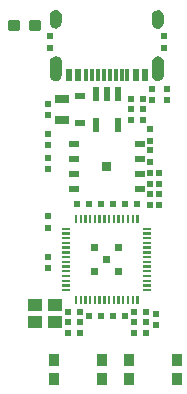
<source format=gbr>
%TF.GenerationSoftware,KiCad,Pcbnew,(5.1.10-6-gecec324121)-1*%
%TF.CreationDate,2021-07-07T13:29:09-07:00*%
%TF.ProjectId,SparkFun_ProMicro-RP2040,53706172-6b46-4756-9e5f-50726f4d6963,rev?*%
%TF.SameCoordinates,Original*%
%TF.FileFunction,Paste,Top*%
%TF.FilePolarity,Positive*%
%FSLAX46Y46*%
G04 Gerber Fmt 4.6, Leading zero omitted, Abs format (unit mm)*
G04 Created by KiCad (PCBNEW (5.1.10-6-gecec324121)-1) date 2021-07-07 13:29:09*
%MOMM*%
%LPD*%
G01*
G04 APERTURE LIST*
%ADD10C,0.100000*%
%ADD11R,0.600000X0.600000*%
%ADD12R,1.200000X0.800000*%
%ADD13R,0.830000X0.630000*%
%ADD14R,0.550000X1.200000*%
%ADD15R,0.900000X1.000000*%
%ADD16R,0.300000X1.000000*%
%ADD17R,0.600000X1.000000*%
%ADD18R,1.200000X1.100000*%
%ADD19R,0.850000X0.500000*%
G04 APERTURE END LIST*
D10*
%TO.C,J5*%
G36*
X153321100Y-89443600D02*
G01*
X153321100Y-90043600D01*
X153293049Y-90200709D01*
X153217821Y-90341461D01*
X153102780Y-90452077D01*
X152801100Y-90543600D01*
X152614346Y-90502474D01*
X152457547Y-90393011D01*
X152321100Y-90043600D01*
X152321100Y-89443600D01*
X152354572Y-89255324D01*
X152457547Y-89094189D01*
X152801100Y-88943600D01*
X152959188Y-88965471D01*
X153102780Y-89035123D01*
X153217821Y-89145739D01*
X153321100Y-89443600D01*
G37*
G36*
X144681100Y-89393600D02*
G01*
X144681100Y-89993600D01*
X144666710Y-90154457D01*
X144603316Y-90302994D01*
X144497125Y-90424671D01*
X144201100Y-90543600D01*
X144043012Y-90521729D01*
X143899420Y-90452077D01*
X143784379Y-90341461D01*
X143681100Y-90043600D01*
X143681100Y-89443600D01*
X143712278Y-89256857D01*
X143812547Y-89096260D01*
X144151100Y-88943600D01*
X144304476Y-88955222D01*
X144446754Y-89013670D01*
X144564007Y-89113225D01*
X144681100Y-89393600D01*
G37*
G36*
X144681100Y-93273600D02*
G01*
X144681100Y-94473600D01*
X144662809Y-94629087D01*
X144597364Y-94771312D01*
X144491173Y-94886353D01*
X144354630Y-94962948D01*
X144201100Y-94993600D01*
X144046913Y-94977098D01*
X143905372Y-94913758D01*
X143790331Y-94809779D01*
X143681100Y-94523600D01*
X143681100Y-93323600D01*
X143734478Y-93145251D01*
X143852044Y-93000904D01*
X144201100Y-92893600D01*
X144369460Y-92907198D01*
X144519801Y-92984189D01*
X144681100Y-93273600D01*
G37*
G36*
X153321100Y-93323600D02*
G01*
X153321100Y-94523600D01*
X153285323Y-94703461D01*
X153183440Y-94855940D01*
X152851100Y-94993600D01*
X152695123Y-94978399D01*
X152551478Y-94915742D01*
X152434225Y-94811763D01*
X152321100Y-94523600D01*
X152321100Y-93323600D01*
X152376772Y-93143718D01*
X152497044Y-92998833D01*
X152851100Y-92893600D01*
X153024830Y-92920201D01*
X153175156Y-93011260D01*
X153321100Y-93323600D01*
G37*
%TO.C,U2*%
G36*
X148201100Y-110383600D02*
G01*
X148801100Y-110383600D01*
X148801100Y-109783600D01*
X148201100Y-109783600D01*
X148201100Y-110383600D01*
G37*
G36*
X149201100Y-109383600D02*
G01*
X149801100Y-109383600D01*
X149801100Y-108783600D01*
X149201100Y-108783600D01*
X149201100Y-109383600D01*
G37*
G36*
X149201100Y-111383600D02*
G01*
X149801100Y-111383600D01*
X149801100Y-110783600D01*
X149201100Y-110783600D01*
X149201100Y-111383600D01*
G37*
G36*
X147201100Y-111383600D02*
G01*
X147801100Y-111383600D01*
X147801100Y-110783600D01*
X147201100Y-110783600D01*
X147201100Y-111383600D01*
G37*
G36*
X148201100Y-106333600D02*
G01*
X148201100Y-106983600D01*
X148401100Y-106983600D01*
X148401100Y-106333600D01*
X148201100Y-106333600D01*
G37*
G36*
X147801100Y-106333600D02*
G01*
X147801100Y-106983600D01*
X148001100Y-106983600D01*
X148001100Y-106333600D01*
X147801100Y-106333600D01*
G37*
G36*
X147401100Y-106333600D02*
G01*
X147401100Y-106983600D01*
X147601100Y-106983600D01*
X147601100Y-106333600D01*
X147401100Y-106333600D01*
G37*
G36*
X147001100Y-106333600D02*
G01*
X147001100Y-106983600D01*
X147201100Y-106983600D01*
X147201100Y-106333600D01*
X147001100Y-106333600D01*
G37*
G36*
X146601100Y-106333600D02*
G01*
X146601100Y-106983600D01*
X146801100Y-106983600D01*
X146801100Y-106333600D01*
X146601100Y-106333600D01*
G37*
G36*
X146201100Y-106333600D02*
G01*
X146201100Y-106983600D01*
X146401100Y-106983600D01*
X146401100Y-106333600D01*
X146201100Y-106333600D01*
G37*
G36*
X145801100Y-106333600D02*
G01*
X145801100Y-106983600D01*
X146001100Y-106983600D01*
X146001100Y-106333600D01*
X145801100Y-106333600D01*
G37*
G36*
X151001100Y-106333600D02*
G01*
X151001100Y-106983600D01*
X151201100Y-106983600D01*
X151201100Y-106333600D01*
X151001100Y-106333600D01*
G37*
G36*
X150601100Y-106333600D02*
G01*
X150601100Y-106983600D01*
X150801100Y-106983600D01*
X150801100Y-106333600D01*
X150601100Y-106333600D01*
G37*
G36*
X150201100Y-106333600D02*
G01*
X150201100Y-106983600D01*
X150401100Y-106983600D01*
X150401100Y-106333600D01*
X150201100Y-106333600D01*
G37*
G36*
X149801100Y-106333600D02*
G01*
X149801100Y-106983600D01*
X150001100Y-106983600D01*
X150001100Y-106333600D01*
X149801100Y-106333600D01*
G37*
G36*
X149401100Y-106333600D02*
G01*
X149401100Y-106983600D01*
X149601100Y-106983600D01*
X149601100Y-106333600D01*
X149401100Y-106333600D01*
G37*
G36*
X149001100Y-106333600D02*
G01*
X149001100Y-106983600D01*
X149201100Y-106983600D01*
X149201100Y-106333600D01*
X149001100Y-106333600D01*
G37*
G36*
X148601100Y-106333600D02*
G01*
X148601100Y-106983600D01*
X148801100Y-106983600D01*
X148801100Y-106333600D01*
X148601100Y-106333600D01*
G37*
G36*
X152251100Y-109783600D02*
G01*
X151601100Y-109783600D01*
X151601100Y-109983600D01*
X152251100Y-109983600D01*
X152251100Y-109783600D01*
G37*
G36*
X152251100Y-109383600D02*
G01*
X151601100Y-109383600D01*
X151601100Y-109583600D01*
X152251100Y-109583600D01*
X152251100Y-109383600D01*
G37*
G36*
X152251100Y-108983600D02*
G01*
X151601100Y-108983600D01*
X151601100Y-109183600D01*
X152251100Y-109183600D01*
X152251100Y-108983600D01*
G37*
G36*
X152251100Y-108583600D02*
G01*
X151601100Y-108583600D01*
X151601100Y-108783600D01*
X152251100Y-108783600D01*
X152251100Y-108583600D01*
G37*
G36*
X152251100Y-108183600D02*
G01*
X151601100Y-108183600D01*
X151601100Y-108383600D01*
X152251100Y-108383600D01*
X152251100Y-108183600D01*
G37*
G36*
X152251100Y-107783600D02*
G01*
X151601100Y-107783600D01*
X151601100Y-107983600D01*
X152251100Y-107983600D01*
X152251100Y-107783600D01*
G37*
G36*
X152251100Y-107383600D02*
G01*
X151601100Y-107383600D01*
X151601100Y-107583600D01*
X152251100Y-107583600D01*
X152251100Y-107383600D01*
G37*
G36*
X152251100Y-112583600D02*
G01*
X151601100Y-112583600D01*
X151601100Y-112783600D01*
X152251100Y-112783600D01*
X152251100Y-112583600D01*
G37*
G36*
X152251100Y-112183600D02*
G01*
X151601100Y-112183600D01*
X151601100Y-112383600D01*
X152251100Y-112383600D01*
X152251100Y-112183600D01*
G37*
G36*
X152251100Y-111783600D02*
G01*
X151601100Y-111783600D01*
X151601100Y-111983600D01*
X152251100Y-111983600D01*
X152251100Y-111783600D01*
G37*
G36*
X152251100Y-111383600D02*
G01*
X151601100Y-111383600D01*
X151601100Y-111583600D01*
X152251100Y-111583600D01*
X152251100Y-111383600D01*
G37*
G36*
X152251100Y-110983600D02*
G01*
X151601100Y-110983600D01*
X151601100Y-111183600D01*
X152251100Y-111183600D01*
X152251100Y-110983600D01*
G37*
G36*
X152251100Y-110583600D02*
G01*
X151601100Y-110583600D01*
X151601100Y-110783600D01*
X152251100Y-110783600D01*
X152251100Y-110583600D01*
G37*
G36*
X152251100Y-110183600D02*
G01*
X151601100Y-110183600D01*
X151601100Y-110383600D01*
X152251100Y-110383600D01*
X152251100Y-110183600D01*
G37*
G36*
X148801100Y-113833600D02*
G01*
X148801100Y-113183600D01*
X148601100Y-113183600D01*
X148601100Y-113833600D01*
X148801100Y-113833600D01*
G37*
G36*
X149201100Y-113833600D02*
G01*
X149201100Y-113183600D01*
X149001100Y-113183600D01*
X149001100Y-113833600D01*
X149201100Y-113833600D01*
G37*
G36*
X149601100Y-113833600D02*
G01*
X149601100Y-113183600D01*
X149401100Y-113183600D01*
X149401100Y-113833600D01*
X149601100Y-113833600D01*
G37*
G36*
X150001100Y-113833600D02*
G01*
X150001100Y-113183600D01*
X149801100Y-113183600D01*
X149801100Y-113833600D01*
X150001100Y-113833600D01*
G37*
G36*
X150401100Y-113833600D02*
G01*
X150401100Y-113183600D01*
X150201100Y-113183600D01*
X150201100Y-113833600D01*
X150401100Y-113833600D01*
G37*
G36*
X150801100Y-113833600D02*
G01*
X150801100Y-113183600D01*
X150601100Y-113183600D01*
X150601100Y-113833600D01*
X150801100Y-113833600D01*
G37*
G36*
X151201100Y-113833600D02*
G01*
X151201100Y-113183600D01*
X151001100Y-113183600D01*
X151001100Y-113833600D01*
X151201100Y-113833600D01*
G37*
G36*
X146001100Y-113833600D02*
G01*
X146001100Y-113183600D01*
X145801100Y-113183600D01*
X145801100Y-113833600D01*
X146001100Y-113833600D01*
G37*
G36*
X146401100Y-113833600D02*
G01*
X146401100Y-113183600D01*
X146201100Y-113183600D01*
X146201100Y-113833600D01*
X146401100Y-113833600D01*
G37*
G36*
X146801100Y-113833600D02*
G01*
X146801100Y-113183600D01*
X146601100Y-113183600D01*
X146601100Y-113833600D01*
X146801100Y-113833600D01*
G37*
G36*
X147201100Y-113833600D02*
G01*
X147201100Y-113183600D01*
X147001100Y-113183600D01*
X147001100Y-113833600D01*
X147201100Y-113833600D01*
G37*
G36*
X147601100Y-113833600D02*
G01*
X147601100Y-113183600D01*
X147401100Y-113183600D01*
X147401100Y-113833600D01*
X147601100Y-113833600D01*
G37*
G36*
X148001100Y-113833600D02*
G01*
X148001100Y-113183600D01*
X147801100Y-113183600D01*
X147801100Y-113833600D01*
X148001100Y-113833600D01*
G37*
G36*
X148401100Y-113833600D02*
G01*
X148401100Y-113183600D01*
X148201100Y-113183600D01*
X148201100Y-113833600D01*
X148401100Y-113833600D01*
G37*
G36*
X144751100Y-110383600D02*
G01*
X145401100Y-110383600D01*
X145401100Y-110183600D01*
X144751100Y-110183600D01*
X144751100Y-110383600D01*
G37*
G36*
X144751100Y-110783600D02*
G01*
X145401100Y-110783600D01*
X145401100Y-110583600D01*
X144751100Y-110583600D01*
X144751100Y-110783600D01*
G37*
G36*
X144751100Y-111183600D02*
G01*
X145401100Y-111183600D01*
X145401100Y-110983600D01*
X144751100Y-110983600D01*
X144751100Y-111183600D01*
G37*
G36*
X144751100Y-111583600D02*
G01*
X145401100Y-111583600D01*
X145401100Y-111383600D01*
X144751100Y-111383600D01*
X144751100Y-111583600D01*
G37*
G36*
X144751100Y-111983600D02*
G01*
X145401100Y-111983600D01*
X145401100Y-111783600D01*
X144751100Y-111783600D01*
X144751100Y-111983600D01*
G37*
G36*
X144751100Y-112383600D02*
G01*
X145401100Y-112383600D01*
X145401100Y-112183600D01*
X144751100Y-112183600D01*
X144751100Y-112383600D01*
G37*
G36*
X144751100Y-112783600D02*
G01*
X145401100Y-112783600D01*
X145401100Y-112583600D01*
X144751100Y-112583600D01*
X144751100Y-112783600D01*
G37*
G36*
X144751100Y-107583600D02*
G01*
X145401100Y-107583600D01*
X145401100Y-107383600D01*
X144751100Y-107383600D01*
X144751100Y-107583600D01*
G37*
G36*
X144751100Y-107983600D02*
G01*
X145401100Y-107983600D01*
X145401100Y-107783600D01*
X144751100Y-107783600D01*
X144751100Y-107983600D01*
G37*
G36*
X144751100Y-108383600D02*
G01*
X145401100Y-108383600D01*
X145401100Y-108183600D01*
X144751100Y-108183600D01*
X144751100Y-108383600D01*
G37*
G36*
X144751100Y-108783600D02*
G01*
X145401100Y-108783600D01*
X145401100Y-108583600D01*
X144751100Y-108583600D01*
X144751100Y-108783600D01*
G37*
G36*
X144751100Y-109183600D02*
G01*
X145401100Y-109183600D01*
X145401100Y-108983600D01*
X144751100Y-108983600D01*
X144751100Y-109183600D01*
G37*
G36*
X144751100Y-109583600D02*
G01*
X145401100Y-109583600D01*
X145401100Y-109383600D01*
X144751100Y-109383600D01*
X144751100Y-109583600D01*
G37*
G36*
X147201100Y-109383600D02*
G01*
X147801100Y-109383600D01*
X147801100Y-108783600D01*
X147201100Y-108783600D01*
X147201100Y-109383600D01*
G37*
G36*
X144751100Y-109983600D02*
G01*
X145401100Y-109983600D01*
X145401100Y-109783600D01*
X144751100Y-109783600D01*
X144751100Y-109983600D01*
G37*
%TO.C,U4*%
G36*
X148101100Y-102609600D02*
G01*
X148901100Y-102609600D01*
X148901100Y-101809600D01*
X148101100Y-101809600D01*
X148101100Y-102609600D01*
G37*
%TD*%
D11*
%TO.C,R11*%
X143548100Y-97883600D03*
X143548100Y-96883600D03*
%TD*%
%TO.C,LED1*%
G36*
G01*
X140289100Y-89771600D02*
X140989100Y-89771600D01*
G75*
G02*
X141139100Y-89921600I0J-150000D01*
G01*
X141139100Y-90621600D01*
G75*
G02*
X140989100Y-90771600I-150000J0D01*
G01*
X140289100Y-90771600D01*
G75*
G02*
X140139100Y-90621600I0J150000D01*
G01*
X140139100Y-89921600D01*
G75*
G02*
X140289100Y-89771600I150000J0D01*
G01*
G37*
G36*
G01*
X142043100Y-89771600D02*
X142743100Y-89771600D01*
G75*
G02*
X142893100Y-89921600I0J-150000D01*
G01*
X142893100Y-90621600D01*
G75*
G02*
X142743100Y-90771600I-150000J0D01*
G01*
X142043100Y-90771600D01*
G75*
G02*
X141893100Y-90621600I0J150000D01*
G01*
X141893100Y-89921600D01*
G75*
G02*
X142043100Y-89771600I150000J0D01*
G01*
G37*
%TD*%
%TO.C,R2*%
X151795100Y-116306600D03*
X150795100Y-116306600D03*
%TD*%
%TO.C,C6*%
X150541100Y-96494600D03*
X151541100Y-96494600D03*
%TD*%
D12*
%TO.C,F1*%
X144691100Y-98283600D03*
X144691100Y-96483600D03*
%TD*%
D13*
%TO.C,D2*%
X146215100Y-98533600D03*
X146215100Y-96233600D03*
%TD*%
D14*
%TO.C,U1*%
X149451100Y-98683700D03*
X147551100Y-98683700D03*
X147551100Y-96083500D03*
X148501100Y-96083500D03*
X149451100Y-96083500D03*
%TD*%
D11*
%TO.C,R1*%
X143675100Y-92168600D03*
X143675100Y-91168600D03*
%TD*%
%TO.C,R3*%
X153327100Y-92168600D03*
X153327100Y-91168600D03*
%TD*%
%TO.C,C7*%
X150541100Y-97383600D03*
X151541100Y-97383600D03*
%TD*%
%TO.C,C8*%
X150541100Y-98272600D03*
X151541100Y-98272600D03*
%TD*%
D15*
%TO.C,S1*%
X154450000Y-120180000D03*
X154450000Y-118580000D03*
X150350000Y-118580000D03*
X150350000Y-120180000D03*
%TD*%
D11*
%TO.C,R5*%
X151795100Y-114528600D03*
X150795100Y-114528600D03*
%TD*%
%TO.C,R7*%
X151795100Y-115417600D03*
X150795100Y-115417600D03*
%TD*%
D16*
%TO.C,J5*%
X149751100Y-94503600D03*
X150251100Y-94503600D03*
D17*
X150951100Y-94503600D03*
X151726100Y-94503600D03*
D16*
X148751100Y-94503600D03*
X149251100Y-94503600D03*
X147251100Y-94503600D03*
X146751100Y-94503600D03*
D17*
X146051100Y-94503600D03*
X145276100Y-94503600D03*
D16*
X148251100Y-94503600D03*
X147751100Y-94503600D03*
%TD*%
D11*
%TO.C,C11*%
X145207100Y-116306600D03*
X146207100Y-116306600D03*
%TD*%
%TO.C,C13*%
X145207100Y-114528600D03*
X146207100Y-114528600D03*
%TD*%
%TO.C,R10*%
X146207100Y-115417600D03*
X145207100Y-115417600D03*
%TD*%
%TO.C,C9*%
X143548100Y-109837600D03*
X143548100Y-110837600D03*
%TD*%
%TO.C,C12*%
X146985100Y-114909600D03*
X147985100Y-114909600D03*
%TD*%
%TO.C,C14*%
X152184100Y-104503600D03*
X152184100Y-105503600D03*
%TD*%
%TO.C,C15*%
X152692100Y-115663600D03*
X152692100Y-114663600D03*
%TD*%
%TO.C,C16*%
X143548100Y-106408600D03*
X143548100Y-107408600D03*
%TD*%
%TO.C,C17*%
X152946100Y-104503600D03*
X152946100Y-105503600D03*
%TD*%
%TO.C,C18*%
X150017100Y-114909600D03*
X149017100Y-114909600D03*
%TD*%
%TO.C,C19*%
X145969100Y-105384600D03*
X146969100Y-105384600D03*
%TD*%
%TO.C,R12*%
X153581100Y-96613600D03*
X153581100Y-95613600D03*
%TD*%
%TO.C,R13*%
X152311100Y-96613600D03*
X152311100Y-95613600D03*
%TD*%
%TO.C,C20*%
X151033100Y-105384600D03*
X150033100Y-105384600D03*
%TD*%
%TO.C,C21*%
X149001100Y-105384600D03*
X148001100Y-105384600D03*
%TD*%
%TO.C,R14*%
X152946100Y-103725600D03*
X152946100Y-102725600D03*
%TD*%
%TO.C,C22*%
X152184100Y-103725600D03*
X152184100Y-102725600D03*
%TD*%
D18*
%TO.C,Y1*%
X144148100Y-115345600D03*
X142448100Y-115345600D03*
X142448100Y-113945600D03*
X144148100Y-113945600D03*
%TD*%
D11*
%TO.C,C29*%
X152184100Y-101820600D03*
X152184100Y-100820600D03*
%TD*%
D19*
%TO.C,U4*%
X151276100Y-100304600D03*
X151276100Y-101574600D03*
X151276100Y-104114600D03*
X151276100Y-102844600D03*
X145726100Y-104114600D03*
X145726100Y-102844600D03*
X145726100Y-101574600D03*
X145726100Y-100304600D03*
%TD*%
D11*
%TO.C,R15*%
X143548100Y-102455600D03*
X143548100Y-101455600D03*
%TD*%
%TO.C,C23*%
X152184100Y-99042600D03*
X152184100Y-100042600D03*
%TD*%
%TO.C,R16*%
X143548100Y-99423600D03*
X143548100Y-100423600D03*
%TD*%
D15*
%TO.C,S2*%
X148100000Y-120180000D03*
X148100000Y-118580000D03*
X144000000Y-118580000D03*
X144000000Y-120180000D03*
%TD*%
M02*

</source>
